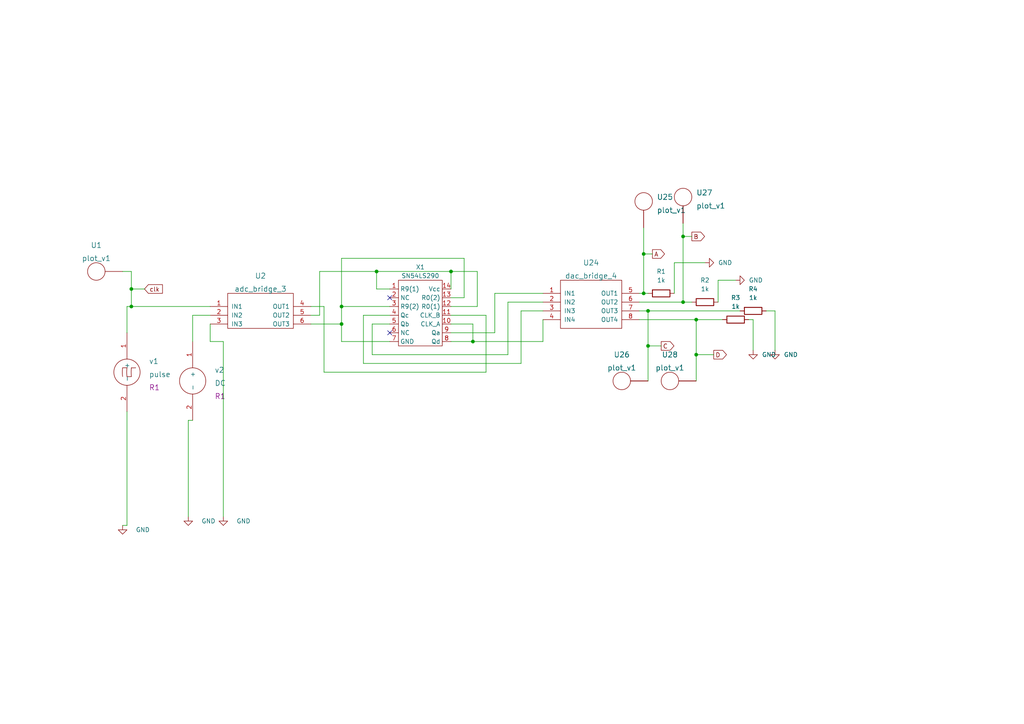
<source format=kicad_sch>
(kicad_sch (version 20211123) (generator eeschema)

  (uuid 14c9825c-ea68-4e86-ad56-c7efeab1ad1f)

  (paper "A4")

  (lib_symbols
    (symbol "eSim_Devices:resistor" (pin_numbers hide) (pin_names (offset 0)) (in_bom yes) (on_board yes)
      (property "Reference" "R" (id 0) (at 1.27 3.302 0)
        (effects (font (size 1.27 1.27)))
      )
      (property "Value" "resistor" (id 1) (at 1.27 -1.27 0)
        (effects (font (size 1.27 1.27)))
      )
      (property "Footprint" "" (id 2) (at 1.27 -0.508 0)
        (effects (font (size 0.762 0.762)))
      )
      (property "Datasheet" "" (id 3) (at 1.27 1.27 90)
        (effects (font (size 0.762 0.762)))
      )
      (property "ki_fp_filters" "R_* Resistor_*" (id 4) (at 0 0 0)
        (effects (font (size 1.27 1.27)) hide)
      )
      (symbol "resistor_0_1"
        (rectangle (start 3.81 0.254) (end -1.27 2.286)
          (stroke (width 0.254) (type default) (color 0 0 0 0))
          (fill (type none))
        )
      )
      (symbol "resistor_1_1"
        (pin passive line (at -2.54 1.27 0) (length 1.27)
          (name "~" (effects (font (size 1.524 1.524))))
          (number "1" (effects (font (size 1.524 1.524))))
        )
        (pin passive line (at 5.08 1.27 180) (length 1.27)
          (name "~" (effects (font (size 1.524 1.524))))
          (number "2" (effects (font (size 1.524 1.524))))
        )
      )
    )
    (symbol "eSim_Hybrid:adc_bridge_3" (pin_names (offset 1.016)) (in_bom yes) (on_board yes)
      (property "Reference" "U" (id 0) (at 0 0 0)
        (effects (font (size 1.524 1.524)))
      )
      (property "Value" "adc_bridge_3" (id 1) (at 0 3.81 0)
        (effects (font (size 1.524 1.524)))
      )
      (property "Footprint" "" (id 2) (at 0 0 0)
        (effects (font (size 1.524 1.524)))
      )
      (property "Datasheet" "" (id 3) (at 0 0 0)
        (effects (font (size 1.524 1.524)))
      )
      (symbol "adc_bridge_3_0_1"
        (rectangle (start -10.16 5.08) (end 8.89 -5.08)
          (stroke (width 0) (type default) (color 0 0 0 0))
          (fill (type none))
        )
      )
      (symbol "adc_bridge_3_1_1"
        (pin input line (at -15.24 1.27 0) (length 5.08)
          (name "IN1" (effects (font (size 1.27 1.27))))
          (number "1" (effects (font (size 1.27 1.27))))
        )
        (pin input line (at -15.24 -1.27 0) (length 5.08)
          (name "IN2" (effects (font (size 1.27 1.27))))
          (number "2" (effects (font (size 1.27 1.27))))
        )
        (pin input line (at -15.24 -3.81 0) (length 5.08)
          (name "IN3" (effects (font (size 1.27 1.27))))
          (number "3" (effects (font (size 1.27 1.27))))
        )
        (pin output line (at 13.97 1.27 180) (length 5.08)
          (name "OUT1" (effects (font (size 1.27 1.27))))
          (number "4" (effects (font (size 1.27 1.27))))
        )
        (pin output line (at 13.97 -1.27 180) (length 5.08)
          (name "OUT2" (effects (font (size 1.27 1.27))))
          (number "5" (effects (font (size 1.27 1.27))))
        )
        (pin output line (at 13.97 -3.81 180) (length 5.08)
          (name "OUT3" (effects (font (size 1.27 1.27))))
          (number "6" (effects (font (size 1.27 1.27))))
        )
      )
    )
    (symbol "eSim_Hybrid:dac_bridge_4" (pin_names (offset 1.016)) (in_bom yes) (on_board yes)
      (property "Reference" "U" (id 0) (at 0 0 0)
        (effects (font (size 1.524 1.524)))
      )
      (property "Value" "dac_bridge_4" (id 1) (at 0 7.62 0)
        (effects (font (size 1.524 1.524)))
      )
      (property "Footprint" "" (id 2) (at 0 0 0)
        (effects (font (size 1.524 1.524)))
      )
      (property "Datasheet" "" (id 3) (at 0 0 0)
        (effects (font (size 1.524 1.524)))
      )
      (symbol "dac_bridge_4_0_1"
        (rectangle (start -8.89 8.89) (end 8.89 -5.08)
          (stroke (width 0) (type default) (color 0 0 0 0))
          (fill (type none))
        )
      )
      (symbol "dac_bridge_4_1_1"
        (pin input line (at -13.97 5.08 0) (length 5.08)
          (name "IN1" (effects (font (size 1.27 1.27))))
          (number "1" (effects (font (size 1.27 1.27))))
        )
        (pin input line (at -13.97 2.54 0) (length 5.08)
          (name "IN2" (effects (font (size 1.27 1.27))))
          (number "2" (effects (font (size 1.27 1.27))))
        )
        (pin input line (at -13.97 0 0) (length 5.08)
          (name "IN3" (effects (font (size 1.27 1.27))))
          (number "3" (effects (font (size 1.27 1.27))))
        )
        (pin input line (at -13.97 -2.54 0) (length 5.08)
          (name "IN4" (effects (font (size 1.27 1.27))))
          (number "4" (effects (font (size 1.27 1.27))))
        )
        (pin output line (at 13.97 5.08 180) (length 5.08)
          (name "OUT1" (effects (font (size 1.27 1.27))))
          (number "5" (effects (font (size 1.27 1.27))))
        )
        (pin output line (at 13.97 2.54 180) (length 5.08)
          (name "OUT2" (effects (font (size 1.27 1.27))))
          (number "6" (effects (font (size 1.27 1.27))))
        )
        (pin output line (at 13.97 0 180) (length 5.08)
          (name "OUT3" (effects (font (size 1.27 1.27))))
          (number "7" (effects (font (size 1.27 1.27))))
        )
        (pin output line (at 13.97 -2.54 180) (length 5.08)
          (name "OUT4" (effects (font (size 1.27 1.27))))
          (number "8" (effects (font (size 1.27 1.27))))
        )
      )
    )
    (symbol "eSim_Plot:plot_v1" (pin_names (offset 1.016)) (in_bom yes) (on_board yes)
      (property "Reference" "U" (id 0) (at 0 12.7 0)
        (effects (font (size 1.524 1.524)))
      )
      (property "Value" "plot_v1" (id 1) (at 5.08 8.89 0)
        (effects (font (size 1.524 1.524)))
      )
      (property "Footprint" "" (id 2) (at 0 0 0)
        (effects (font (size 1.524 1.524)))
      )
      (property "Datasheet" "" (id 3) (at 0 0 0)
        (effects (font (size 1.524 1.524)))
      )
      (symbol "plot_v1_0_1"
        (circle (center 0 12.7) (radius 2.54)
          (stroke (width 0) (type default) (color 0 0 0 0))
          (fill (type none))
        )
      )
      (symbol "plot_v1_1_1"
        (pin input line (at 0 5.08 90) (length 5.08)
          (name "~" (effects (font (size 1.27 1.27))))
          (number "~" (effects (font (size 1.27 1.27))))
        )
      )
    )
    (symbol "eSim_Power:eSim_GND" (power) (pin_names (offset 0)) (in_bom yes) (on_board yes)
      (property "Reference" "#PWR" (id 0) (at 0 -6.35 0)
        (effects (font (size 1.27 1.27)) hide)
      )
      (property "Value" "eSim_GND" (id 1) (at 0 -3.81 0)
        (effects (font (size 1.27 1.27)))
      )
      (property "Footprint" "" (id 2) (at 0 0 0)
        (effects (font (size 1.27 1.27)) hide)
      )
      (property "Datasheet" "" (id 3) (at 0 0 0)
        (effects (font (size 1.27 1.27)) hide)
      )
      (symbol "eSim_GND_0_1"
        (polyline
          (pts
            (xy 0 0)
            (xy 0 -1.27)
            (xy 1.27 -1.27)
            (xy 0 -2.54)
            (xy -1.27 -1.27)
            (xy 0 -1.27)
          )
          (stroke (width 0) (type default) (color 0 0 0 0))
          (fill (type none))
        )
      )
      (symbol "eSim_GND_1_1"
        (pin power_in line (at 0 0 270) (length 0) hide
          (name "GND" (effects (font (size 1.27 1.27))))
          (number "1" (effects (font (size 1.27 1.27))))
        )
      )
    )
    (symbol "eSim_Sources:DC" (pin_names (offset 1.016)) (in_bom yes) (on_board yes)
      (property "Reference" "v" (id 0) (at -5.08 2.54 0)
        (effects (font (size 1.524 1.524)))
      )
      (property "Value" "DC" (id 1) (at -5.08 -1.27 0)
        (effects (font (size 1.524 1.524)))
      )
      (property "Footprint" "R1" (id 2) (at -7.62 0 0)
        (effects (font (size 1.524 1.524)))
      )
      (property "Datasheet" "" (id 3) (at 0 0 0)
        (effects (font (size 1.524 1.524)))
      )
      (property "ki_fp_filters" "1_pin" (id 4) (at 0 0 0)
        (effects (font (size 1.27 1.27)) hide)
      )
      (symbol "DC_0_1"
        (circle (center 0 0) (radius 3.81)
          (stroke (width 0) (type default) (color 0 0 0 0))
          (fill (type none))
        )
      )
      (symbol "DC_1_1"
        (pin power_out line (at 0 11.43 270) (length 7.62)
          (name "+" (effects (font (size 1.27 1.27))))
          (number "1" (effects (font (size 1.27 1.27))))
        )
        (pin power_out line (at 0 -11.43 90) (length 7.62)
          (name "-" (effects (font (size 1.27 1.27))))
          (number "2" (effects (font (size 1.27 1.27))))
        )
      )
    )
    (symbol "eSim_Sources:pulse" (pin_names (offset 1.016)) (in_bom yes) (on_board yes)
      (property "Reference" "v" (id 0) (at -5.08 2.54 0)
        (effects (font (size 1.524 1.524)))
      )
      (property "Value" "pulse" (id 1) (at -5.08 -1.27 0)
        (effects (font (size 1.524 1.524)))
      )
      (property "Footprint" "R1" (id 2) (at -7.62 0 0)
        (effects (font (size 1.524 1.524)))
      )
      (property "Datasheet" "" (id 3) (at 0 0 0)
        (effects (font (size 1.524 1.524)))
      )
      (property "ki_fp_filters" "1_pin" (id 4) (at 0 0 0)
        (effects (font (size 1.27 1.27)) hide)
      )
      (symbol "pulse_0_1"
        (arc (start -1.27 1.27) (mid -1.3491 0) (end -1.27 -1.27)
          (stroke (width 0) (type default) (color 0 0 0 0))
          (fill (type none))
        )
        (arc (start 0 -1.27) (mid 0.635 -1.2876) (end 1.27 -1.27)
          (stroke (width 0) (type default) (color 0 0 0 0))
          (fill (type none))
        )
        (circle (center 0 0) (radius 3.81)
          (stroke (width 0) (type default) (color 0 0 0 0))
          (fill (type none))
        )
        (arc (start 0 1.27) (mid -0.635 1.2859) (end -1.27 1.27)
          (stroke (width 0) (type default) (color 0 0 0 0))
          (fill (type none))
        )
        (arc (start 0 1.27) (mid -0.0703 0) (end 0 -1.27)
          (stroke (width 0) (type default) (color 0 0 0 0))
          (fill (type none))
        )
        (arc (start 1.27 1.27) (mid 1.2124 0) (end 1.27 -1.27)
          (stroke (width 0) (type default) (color 0 0 0 0))
          (fill (type none))
        )
        (arc (start 1.27 1.27) (mid 1.905 1.2556) (end 2.54 1.27)
          (stroke (width 0) (type default) (color 0 0 0 0))
          (fill (type none))
        )
      )
      (symbol "pulse_1_1"
        (pin passive line (at 0 11.43 270) (length 7.62)
          (name "+" (effects (font (size 1.27 1.27))))
          (number "1" (effects (font (size 1.27 1.27))))
        )
        (pin passive line (at 0 -11.43 90) (length 7.62)
          (name "-" (effects (font (size 1.27 1.27))))
          (number "2" (effects (font (size 1.27 1.27))))
        )
      )
    )
    (symbol "eSim_Subckt:SN54LS290" (in_bom yes) (on_board yes)
      (property "Reference" "X" (id 0) (at 0 -11.43 0)
        (effects (font (size 1.27 1.27)))
      )
      (property "Value" "SN54LS290" (id 1) (at 0 12.7 0)
        (effects (font (size 1.27 1.27)))
      )
      (property "Footprint" "" (id 2) (at -1.27 0 0)
        (effects (font (size 1.27 1.27)) hide)
      )
      (property "Datasheet" "" (id 3) (at -1.27 0 0)
        (effects (font (size 1.27 1.27)) hide)
      )
      (symbol "SN54LS290_0_1"
        (rectangle (start -6.35 10.16) (end 6.35 -8.89)
          (stroke (width 0) (type default) (color 0 0 0 0))
          (fill (type none))
        )
      )
      (symbol "SN54LS290_1_1"
        (pin input line (at -8.89 7.62 0) (length 2.54)
          (name "R9(1)" (effects (font (size 1.27 1.27))))
          (number "1" (effects (font (size 1.27 1.27))))
        )
        (pin input line (at 8.89 -2.54 180) (length 2.54)
          (name "CLK_A" (effects (font (size 1.27 1.27))))
          (number "10" (effects (font (size 1.27 1.27))))
        )
        (pin input line (at 8.89 0 180) (length 2.54)
          (name "CLK_B" (effects (font (size 1.27 1.27))))
          (number "11" (effects (font (size 1.27 1.27))))
        )
        (pin input line (at 8.89 2.54 180) (length 2.54)
          (name "R0(1)" (effects (font (size 1.27 1.27))))
          (number "12" (effects (font (size 1.27 1.27))))
        )
        (pin input line (at 8.89 5.08 180) (length 2.54)
          (name "R0(2)" (effects (font (size 1.27 1.27))))
          (number "13" (effects (font (size 1.27 1.27))))
        )
        (pin input line (at 8.89 7.62 180) (length 2.54)
          (name "Vcc" (effects (font (size 1.27 1.27))))
          (number "14" (effects (font (size 1.27 1.27))))
        )
        (pin input line (at -8.89 5.08 0) (length 2.54)
          (name "NC" (effects (font (size 1.27 1.27))))
          (number "2" (effects (font (size 1.27 1.27))))
        )
        (pin input line (at -8.89 2.54 0) (length 2.54)
          (name "R9(2)" (effects (font (size 1.27 1.27))))
          (number "3" (effects (font (size 1.27 1.27))))
        )
        (pin output line (at -8.89 0 0) (length 2.54)
          (name "Qc" (effects (font (size 1.27 1.27))))
          (number "4" (effects (font (size 1.27 1.27))))
        )
        (pin output line (at -8.89 -2.54 0) (length 2.54)
          (name "Qb" (effects (font (size 1.27 1.27))))
          (number "5" (effects (font (size 1.27 1.27))))
        )
        (pin input line (at -8.89 -5.08 0) (length 2.54)
          (name "NC" (effects (font (size 1.27 1.27))))
          (number "6" (effects (font (size 1.27 1.27))))
        )
        (pin input line (at -8.89 -7.62 0) (length 2.54)
          (name "GND" (effects (font (size 1.27 1.27))))
          (number "7" (effects (font (size 1.27 1.27))))
        )
        (pin output line (at 8.89 -7.62 180) (length 2.54)
          (name "Qd" (effects (font (size 1.27 1.27))))
          (number "8" (effects (font (size 1.27 1.27))))
        )
        (pin output line (at 8.89 -5.08 180) (length 2.54)
          (name "Qa" (effects (font (size 1.27 1.27))))
          (number "9" (effects (font (size 1.27 1.27))))
        )
      )
    )
  )

  (junction (at 99.06 88.9) (diameter 0) (color 0 0 0 0)
    (uuid 03fc7f1c-67c2-427a-90c0-4efcfc121945)
  )
  (junction (at 109.22 78.74) (diameter 0) (color 0 0 0 0)
    (uuid 23c5baec-da72-4bb3-b5f1-320b14f2ed26)
  )
  (junction (at 187.96 100.33) (diameter 0) (color 0 0 0 0)
    (uuid 5543c572-6512-420a-9d46-87a1900b7080)
  )
  (junction (at 198.12 87.63) (diameter 0) (color 0 0 0 0)
    (uuid 674b56a7-a442-4252-8f47-f54e23423c76)
  )
  (junction (at 130.81 78.74) (diameter 0) (color 0 0 0 0)
    (uuid 804ff1eb-3fbc-4518-a59e-5d3708b875ce)
  )
  (junction (at 187.96 90.17) (diameter 0) (color 0 0 0 0)
    (uuid 9d4e6c2f-13b4-46c7-8176-56bf5854360f)
  )
  (junction (at 186.69 85.09) (diameter 0) (color 0 0 0 0)
    (uuid a83eb147-5553-4316-8415-221eaed9f3f1)
  )
  (junction (at 201.93 92.71) (diameter 0) (color 0 0 0 0)
    (uuid ac363a43-cdf1-41fb-b64b-e1aac778fc0a)
  )
  (junction (at 198.12 68.58) (diameter 0) (color 0 0 0 0)
    (uuid ad2b397e-8f62-49ab-8b51-e90e108f7961)
  )
  (junction (at 99.06 93.98) (diameter 0) (color 0 0 0 0)
    (uuid b946d738-ecda-43e6-aae9-e02ec3e7261b)
  )
  (junction (at 38.1 83.82) (diameter 0) (color 0 0 0 0)
    (uuid c8c55f50-74ad-46f4-8c0a-f6b6ab4da5c2)
  )
  (junction (at 38.1 88.9) (diameter 0) (color 0 0 0 0)
    (uuid f4227130-c6f4-4a29-9c64-ded6213d6b33)
  )
  (junction (at 201.93 102.87) (diameter 0) (color 0 0 0 0)
    (uuid f83c88cc-3156-4ecf-b838-ffed7366461c)
  )
  (junction (at 137.16 99.06) (diameter 0) (color 0 0 0 0)
    (uuid fe2210a7-523f-4e07-a9d1-37f0a0da9294)
  )
  (junction (at 186.69 73.66) (diameter 0) (color 0 0 0 0)
    (uuid feb8df8a-40c6-48f5-8fcc-0c1a4281221a)
  )

  (no_connect (at 113.03 86.36) (uuid 58d389b1-3637-426b-9f16-b9ee70b1107c))
  (no_connect (at 113.03 96.52) (uuid e5d306c2-8bbf-4c3e-ac6b-ada764a92c1f))

  (wire (pts (xy 99.06 88.9) (xy 99.06 93.98))
    (stroke (width 0) (type default) (color 0 0 0 0))
    (uuid 00dcefd2-6c61-4be0-a074-1bac3fcc4440)
  )
  (wire (pts (xy 105.41 105.41) (xy 151.13 105.41))
    (stroke (width 0) (type default) (color 0 0 0 0))
    (uuid 02706f7a-a7e6-4647-9b76-7fd2e2962f1f)
  )
  (wire (pts (xy 208.28 81.28) (xy 213.36 81.28))
    (stroke (width 0) (type default) (color 0 0 0 0))
    (uuid 0419840a-32df-4185-98b2-4262bb166c80)
  )
  (wire (pts (xy 90.17 93.98) (xy 99.06 93.98))
    (stroke (width 0) (type default) (color 0 0 0 0))
    (uuid 05be0531-0b8f-4a36-95c4-2ac806dcb8b1)
  )
  (wire (pts (xy 109.22 78.74) (xy 130.81 78.74))
    (stroke (width 0) (type default) (color 0 0 0 0))
    (uuid 0afd649c-63d7-4777-ba00-e5852979df3c)
  )
  (wire (pts (xy 198.12 68.58) (xy 200.66 68.58))
    (stroke (width 0) (type default) (color 0 0 0 0))
    (uuid 0bd15cdc-9821-479a-9cde-124468ed9fde)
  )
  (wire (pts (xy 38.1 88.9) (xy 60.96 88.9))
    (stroke (width 0) (type default) (color 0 0 0 0))
    (uuid 1151c344-d1b7-4bce-bc58-0b5abff8bf86)
  )
  (wire (pts (xy 64.77 149.86) (xy 64.77 99.06))
    (stroke (width 0) (type default) (color 0 0 0 0))
    (uuid 124c43b1-c224-44bf-b022-5991fe6a1481)
  )
  (wire (pts (xy 186.69 66.04) (xy 186.69 73.66))
    (stroke (width 0) (type default) (color 0 0 0 0))
    (uuid 16c5bec3-9831-42c7-82bc-0fa8775a7778)
  )
  (wire (pts (xy 185.42 85.09) (xy 186.69 85.09))
    (stroke (width 0) (type default) (color 0 0 0 0))
    (uuid 1c177a6c-3eb9-4ab5-99b4-2b236cdd2555)
  )
  (wire (pts (xy 224.79 90.17) (xy 224.79 101.6))
    (stroke (width 0) (type default) (color 0 0 0 0))
    (uuid 1de01fdb-98a8-4951-83e2-29c7d73c7369)
  )
  (wire (pts (xy 105.41 91.44) (xy 105.41 105.41))
    (stroke (width 0) (type default) (color 0 0 0 0))
    (uuid 1ef9e0f4-11ab-45fc-b210-2410b7062a67)
  )
  (wire (pts (xy 36.83 96.52) (xy 36.83 88.9))
    (stroke (width 0) (type default) (color 0 0 0 0))
    (uuid 23081f9a-f177-41d9-82de-5bb2c4a9a0d8)
  )
  (wire (pts (xy 137.16 99.06) (xy 157.48 99.06))
    (stroke (width 0) (type default) (color 0 0 0 0))
    (uuid 25270623-95d1-463d-ba4e-56bfe419cf67)
  )
  (wire (pts (xy 208.28 87.63) (xy 208.28 81.28))
    (stroke (width 0) (type default) (color 0 0 0 0))
    (uuid 26bb2863-1663-4e49-ae1a-01b94267aaf1)
  )
  (wire (pts (xy 187.96 100.33) (xy 187.96 110.49))
    (stroke (width 0) (type default) (color 0 0 0 0))
    (uuid 37d9b0e5-f0ba-4891-aa62-78c2f57dfc04)
  )
  (wire (pts (xy 90.17 88.9) (xy 93.98 88.9))
    (stroke (width 0) (type default) (color 0 0 0 0))
    (uuid 391480f0-b23b-4911-9902-aa301edfa8d4)
  )
  (wire (pts (xy 143.51 96.52) (xy 143.51 85.09))
    (stroke (width 0) (type default) (color 0 0 0 0))
    (uuid 3cc17f55-2c6e-4431-bb40-eaa107caecea)
  )
  (wire (pts (xy 109.22 83.82) (xy 109.22 78.74))
    (stroke (width 0) (type default) (color 0 0 0 0))
    (uuid 3e3df2b0-6f28-491b-a6a9-fd1f0d16cb8e)
  )
  (wire (pts (xy 151.13 90.17) (xy 157.48 90.17))
    (stroke (width 0) (type default) (color 0 0 0 0))
    (uuid 45290adf-9063-4c1a-b0ec-429c98be0453)
  )
  (wire (pts (xy 113.03 83.82) (xy 109.22 83.82))
    (stroke (width 0) (type default) (color 0 0 0 0))
    (uuid 4574c54c-c22b-4930-aa28-b7f1d9c85beb)
  )
  (wire (pts (xy 201.93 92.71) (xy 209.55 92.71))
    (stroke (width 0) (type default) (color 0 0 0 0))
    (uuid 5171aaac-91c3-411d-8118-a8cc29adde14)
  )
  (wire (pts (xy 54.61 149.86) (xy 54.61 121.92))
    (stroke (width 0) (type default) (color 0 0 0 0))
    (uuid 51e0e8aa-be0a-4c88-b1eb-5c0b155058cc)
  )
  (wire (pts (xy 130.81 96.52) (xy 143.51 96.52))
    (stroke (width 0) (type default) (color 0 0 0 0))
    (uuid 57f0695a-e3aa-45d4-a23f-a5580f185390)
  )
  (wire (pts (xy 38.1 78.74) (xy 38.1 83.82))
    (stroke (width 0) (type default) (color 0 0 0 0))
    (uuid 5de53393-4515-438f-80d1-4bb8f72d5fb1)
  )
  (wire (pts (xy 151.13 105.41) (xy 151.13 90.17))
    (stroke (width 0) (type default) (color 0 0 0 0))
    (uuid 5e92bcd4-44bc-4389-aed9-fddc6b65382d)
  )
  (wire (pts (xy 130.81 99.06) (xy 137.16 99.06))
    (stroke (width 0) (type default) (color 0 0 0 0))
    (uuid 5f0e7ebd-1b24-4909-9774-bb0ec84610db)
  )
  (wire (pts (xy 198.12 87.63) (xy 200.66 87.63))
    (stroke (width 0) (type default) (color 0 0 0 0))
    (uuid 623f72a3-c353-435b-b8b0-a370e18c1764)
  )
  (wire (pts (xy 113.03 93.98) (xy 107.95 93.98))
    (stroke (width 0) (type default) (color 0 0 0 0))
    (uuid 66edd156-007f-4952-8aa9-563a10fd360a)
  )
  (wire (pts (xy 60.96 99.06) (xy 60.96 93.98))
    (stroke (width 0) (type default) (color 0 0 0 0))
    (uuid 68e9a59e-ea40-4340-a4c2-892ce2ad331b)
  )
  (wire (pts (xy 93.98 88.9) (xy 93.98 107.95))
    (stroke (width 0) (type default) (color 0 0 0 0))
    (uuid 69a282d7-7421-46d1-b7fe-29da1edf0e5a)
  )
  (wire (pts (xy 90.17 91.44) (xy 92.71 91.44))
    (stroke (width 0) (type default) (color 0 0 0 0))
    (uuid 6ab0891f-d1eb-4d9f-bc3e-ce6c92d78a25)
  )
  (wire (pts (xy 186.69 73.66) (xy 189.23 73.66))
    (stroke (width 0) (type default) (color 0 0 0 0))
    (uuid 6d815d25-c2f7-4d68-b6e5-49539619b027)
  )
  (wire (pts (xy 207.01 102.87) (xy 201.93 102.87))
    (stroke (width 0) (type default) (color 0 0 0 0))
    (uuid 701a7b99-f0d7-4d31-bd0c-9d2239be522e)
  )
  (wire (pts (xy 99.06 93.98) (xy 99.06 99.06))
    (stroke (width 0) (type default) (color 0 0 0 0))
    (uuid 7581bfc8-a015-452f-ab9e-158cddd146b0)
  )
  (wire (pts (xy 99.06 99.06) (xy 113.03 99.06))
    (stroke (width 0) (type default) (color 0 0 0 0))
    (uuid 76fef7d9-9153-43c4-8d7f-8a80acb59cb9)
  )
  (wire (pts (xy 140.97 91.44) (xy 140.97 107.95))
    (stroke (width 0) (type default) (color 0 0 0 0))
    (uuid 7b66e31f-9e34-419f-81e0-f14b13cdffd1)
  )
  (wire (pts (xy 36.83 88.9) (xy 38.1 88.9))
    (stroke (width 0) (type default) (color 0 0 0 0))
    (uuid 7bf3c55f-70f1-4b45-a425-47a69847f2e6)
  )
  (wire (pts (xy 198.12 64.77) (xy 198.12 68.58))
    (stroke (width 0) (type default) (color 0 0 0 0))
    (uuid 7c87067e-56c1-40da-87cb-f8a41c48ed6a)
  )
  (wire (pts (xy 147.32 102.87) (xy 147.32 87.63))
    (stroke (width 0) (type default) (color 0 0 0 0))
    (uuid 7e6b599c-4efa-401c-aa40-c5ff3269ea53)
  )
  (wire (pts (xy 92.71 91.44) (xy 92.71 78.74))
    (stroke (width 0) (type default) (color 0 0 0 0))
    (uuid 822158c8-6a23-4230-999e-dd1ce0086182)
  )
  (wire (pts (xy 130.81 78.74) (xy 130.81 83.82))
    (stroke (width 0) (type default) (color 0 0 0 0))
    (uuid 82692fa5-e094-4444-bcff-a0c1d9e332f0)
  )
  (wire (pts (xy 201.93 102.87) (xy 201.93 110.49))
    (stroke (width 0) (type default) (color 0 0 0 0))
    (uuid 835042a5-1379-4a08-9287-3b979dd6f2f5)
  )
  (wire (pts (xy 113.03 91.44) (xy 105.41 91.44))
    (stroke (width 0) (type default) (color 0 0 0 0))
    (uuid a034f07a-e369-40f3-a7a5-96e5d2038996)
  )
  (wire (pts (xy 217.17 92.71) (xy 218.44 92.71))
    (stroke (width 0) (type default) (color 0 0 0 0))
    (uuid a2dd1b00-775d-4a98-a743-656bdae3ec1b)
  )
  (wire (pts (xy 107.95 93.98) (xy 107.95 102.87))
    (stroke (width 0) (type default) (color 0 0 0 0))
    (uuid a49305c0-2b04-41cb-8ed6-feb19929746b)
  )
  (wire (pts (xy 186.69 73.66) (xy 186.69 85.09))
    (stroke (width 0) (type default) (color 0 0 0 0))
    (uuid a5f14282-411b-4564-8876-d753c898afb4)
  )
  (wire (pts (xy 138.43 78.74) (xy 130.81 78.74))
    (stroke (width 0) (type default) (color 0 0 0 0))
    (uuid a86aa9b2-8ed1-428b-8581-fa1095cd0fce)
  )
  (wire (pts (xy 130.81 88.9) (xy 138.43 88.9))
    (stroke (width 0) (type default) (color 0 0 0 0))
    (uuid a94a28ff-28ed-4b2d-ac66-dd7eeb7f67e1)
  )
  (wire (pts (xy 195.58 76.2) (xy 204.47 76.2))
    (stroke (width 0) (type default) (color 0 0 0 0))
    (uuid abea090e-f582-465d-acaf-9210556146e5)
  )
  (wire (pts (xy 99.06 74.93) (xy 99.06 88.9))
    (stroke (width 0) (type default) (color 0 0 0 0))
    (uuid adac053c-f959-4018-afed-4810df193858)
  )
  (wire (pts (xy 35.56 78.74) (xy 38.1 78.74))
    (stroke (width 0) (type default) (color 0 0 0 0))
    (uuid b0f31907-fa47-4170-b8c0-f3ef92959455)
  )
  (wire (pts (xy 38.1 83.82) (xy 38.1 88.9))
    (stroke (width 0) (type default) (color 0 0 0 0))
    (uuid b4aec9a2-371a-4c8e-88e5-870b498cb566)
  )
  (wire (pts (xy 130.81 86.36) (xy 134.62 86.36))
    (stroke (width 0) (type default) (color 0 0 0 0))
    (uuid b69d901c-aefc-41ef-9bb7-90965288bd24)
  )
  (wire (pts (xy 134.62 74.93) (xy 99.06 74.93))
    (stroke (width 0) (type default) (color 0 0 0 0))
    (uuid b8a275b6-87b2-4efb-a407-2e11d0bb707d)
  )
  (wire (pts (xy 201.93 92.71) (xy 201.93 102.87))
    (stroke (width 0) (type default) (color 0 0 0 0))
    (uuid be79674d-a056-4edb-9409-58d1eb35941e)
  )
  (wire (pts (xy 38.1 83.82) (xy 41.91 83.82))
    (stroke (width 0) (type default) (color 0 0 0 0))
    (uuid beb8e503-6bfe-4e46-b3c4-481c695b49fb)
  )
  (wire (pts (xy 55.88 91.44) (xy 60.96 91.44))
    (stroke (width 0) (type default) (color 0 0 0 0))
    (uuid c0985776-b610-4ce0-a0f1-6a31800be9da)
  )
  (wire (pts (xy 64.77 99.06) (xy 60.96 99.06))
    (stroke (width 0) (type default) (color 0 0 0 0))
    (uuid c17a90e7-76a1-450a-aabb-8745a0bfdebf)
  )
  (wire (pts (xy 130.81 91.44) (xy 140.97 91.44))
    (stroke (width 0) (type default) (color 0 0 0 0))
    (uuid c1db154e-93c0-4e0d-befd-c0d40cbabbc2)
  )
  (wire (pts (xy 185.42 87.63) (xy 198.12 87.63))
    (stroke (width 0) (type default) (color 0 0 0 0))
    (uuid c2ee99ab-4bed-42af-8e42-978ec48fd1c6)
  )
  (wire (pts (xy 198.12 68.58) (xy 198.12 87.63))
    (stroke (width 0) (type default) (color 0 0 0 0))
    (uuid c375bdab-84fe-43ab-a28d-7feca2bec1b4)
  )
  (wire (pts (xy 143.51 85.09) (xy 157.48 85.09))
    (stroke (width 0) (type default) (color 0 0 0 0))
    (uuid c4803411-9021-4834-967d-4164274dc285)
  )
  (wire (pts (xy 185.42 92.71) (xy 201.93 92.71))
    (stroke (width 0) (type default) (color 0 0 0 0))
    (uuid cb6ef64f-4eb7-4f7b-98fc-f8c57656d877)
  )
  (wire (pts (xy 99.06 88.9) (xy 113.03 88.9))
    (stroke (width 0) (type default) (color 0 0 0 0))
    (uuid cd5aefce-b3f4-485f-a1e3-f48457e8d471)
  )
  (wire (pts (xy 55.88 99.06) (xy 55.88 91.44))
    (stroke (width 0) (type default) (color 0 0 0 0))
    (uuid cde7301c-8638-401d-8ece-3173146a5cb8)
  )
  (wire (pts (xy 36.83 119.38) (xy 36.83 152.4))
    (stroke (width 0) (type default) (color 0 0 0 0))
    (uuid d2b99a07-9cbe-47be-ae4e-2f465b842d4a)
  )
  (wire (pts (xy 134.62 86.36) (xy 134.62 74.93))
    (stroke (width 0) (type default) (color 0 0 0 0))
    (uuid d3d98ecd-871b-403e-bff8-301490728960)
  )
  (wire (pts (xy 157.48 92.71) (xy 157.48 99.06))
    (stroke (width 0) (type default) (color 0 0 0 0))
    (uuid d69eb81d-b9d0-4cc4-9a35-836dd59e1134)
  )
  (wire (pts (xy 187.96 90.17) (xy 214.63 90.17))
    (stroke (width 0) (type default) (color 0 0 0 0))
    (uuid d742ba70-e4a2-415b-98c9-56229a33abca)
  )
  (wire (pts (xy 138.43 78.74) (xy 138.43 88.9))
    (stroke (width 0) (type default) (color 0 0 0 0))
    (uuid d75653ca-64f1-4dff-83d0-3c62148bb270)
  )
  (wire (pts (xy 137.16 93.98) (xy 137.16 99.06))
    (stroke (width 0) (type default) (color 0 0 0 0))
    (uuid d8d3ece5-a495-448b-bfaf-194bce867d0d)
  )
  (wire (pts (xy 137.16 93.98) (xy 130.81 93.98))
    (stroke (width 0) (type default) (color 0 0 0 0))
    (uuid daaabb1b-5fb7-4efd-b3d4-838e7c93b395)
  )
  (wire (pts (xy 218.44 92.71) (xy 218.44 101.6))
    (stroke (width 0) (type default) (color 0 0 0 0))
    (uuid dc2784bc-de19-41cd-a941-1fbef1c0d985)
  )
  (wire (pts (xy 185.42 90.17) (xy 187.96 90.17))
    (stroke (width 0) (type default) (color 0 0 0 0))
    (uuid de38a92e-5ae0-4150-98af-d36ca82827e3)
  )
  (wire (pts (xy 222.25 90.17) (xy 224.79 90.17))
    (stroke (width 0) (type default) (color 0 0 0 0))
    (uuid e00ff3ab-2739-438c-835f-37e93a47923c)
  )
  (wire (pts (xy 187.96 90.17) (xy 187.96 100.33))
    (stroke (width 0) (type default) (color 0 0 0 0))
    (uuid e2d7c059-fba1-4c75-ab9e-193a30c74cc8)
  )
  (wire (pts (xy 93.98 107.95) (xy 140.97 107.95))
    (stroke (width 0) (type default) (color 0 0 0 0))
    (uuid e3faca42-7236-46a6-954f-5a7f4f49a343)
  )
  (wire (pts (xy 147.32 87.63) (xy 157.48 87.63))
    (stroke (width 0) (type default) (color 0 0 0 0))
    (uuid e7cd7749-fd31-49be-8bfe-8ae28c2fd57a)
  )
  (wire (pts (xy 54.61 121.92) (xy 55.88 121.92))
    (stroke (width 0) (type default) (color 0 0 0 0))
    (uuid e94dc087-84b2-4124-891e-0886ba383d7b)
  )
  (wire (pts (xy 186.69 85.09) (xy 187.96 85.09))
    (stroke (width 0) (type default) (color 0 0 0 0))
    (uuid e9fede9b-e2a2-432b-9789-62239a952d98)
  )
  (wire (pts (xy 107.95 102.87) (xy 147.32 102.87))
    (stroke (width 0) (type default) (color 0 0 0 0))
    (uuid ea83beef-eed0-42d0-8f0b-06b00c7c2868)
  )
  (wire (pts (xy 195.58 85.09) (xy 195.58 76.2))
    (stroke (width 0) (type default) (color 0 0 0 0))
    (uuid f4166d8c-efa5-4bb0-b9e2-90aa7428c840)
  )
  (wire (pts (xy 191.77 100.33) (xy 187.96 100.33))
    (stroke (width 0) (type default) (color 0 0 0 0))
    (uuid f425fbde-b630-401a-b786-1d9c6bc950b9)
  )
  (wire (pts (xy 92.71 78.74) (xy 109.22 78.74))
    (stroke (width 0) (type default) (color 0 0 0 0))
    (uuid f55bacbc-b7d2-42e8-8a03-57f0d64fc7a9)
  )
  (wire (pts (xy 36.83 152.4) (xy 35.56 152.4))
    (stroke (width 0) (type default) (color 0 0 0 0))
    (uuid f9dc4e1c-9e80-455a-ab00-9af2f328aa50)
  )

  (global_label "clk" (shape input) (at 41.91 83.82 0) (fields_autoplaced)
    (effects (font (size 1.27 1.27)) (justify left))
    (uuid 17ebc4e7-4eac-45ab-a1cb-7d4a124607c6)
    (property "Intersheet References" "${INTERSHEET_REFS}" (id 0) (at 47.105 83.7406 0)
      (effects (font (size 1.27 1.27)) (justify left) hide)
    )
  )
  (global_label "C" (shape output) (at 191.77 100.33 0) (fields_autoplaced)
    (effects (font (size 1.27 1.27)) (justify left))
    (uuid 42c04f68-649d-4ec0-9b55-97c170811c26)
    (property "Intersheet References" "${INTERSHEET_REFS}" (id 0) (at 195.4531 100.2506 0)
      (effects (font (size 1.27 1.27)) (justify left) hide)
    )
  )
  (global_label "A" (shape output) (at 189.23 73.66 0) (fields_autoplaced)
    (effects (font (size 1.27 1.27)) (justify left))
    (uuid a8ce0f76-ef9a-49e3-8a6f-090972e5637e)
    (property "Intersheet References" "${INTERSHEET_REFS}" (id 0) (at 192.7317 73.5806 0)
      (effects (font (size 1.27 1.27)) (justify left) hide)
    )
  )
  (global_label "D" (shape output) (at 207.01 102.87 0) (fields_autoplaced)
    (effects (font (size 1.27 1.27)) (justify left))
    (uuid bfed20c0-3a37-413e-9b70-c9a4c62ad15e)
    (property "Intersheet References" "${INTERSHEET_REFS}" (id 0) (at 210.6931 102.7906 0)
      (effects (font (size 1.27 1.27)) (justify left) hide)
    )
  )
  (global_label "B" (shape output) (at 200.66 68.58 0) (fields_autoplaced)
    (effects (font (size 1.27 1.27)) (justify left))
    (uuid f303c289-ae71-4ab6-99aa-5478e18dd872)
    (property "Intersheet References" "${INTERSHEET_REFS}" (id 0) (at 204.3431 68.5006 0)
      (effects (font (size 1.27 1.27)) (justify left) hide)
    )
  )

  (symbol (lib_id "eSim_Power:eSim_GND") (at 218.44 101.6 0) (unit 1)
    (in_bom yes) (on_board yes) (fields_autoplaced)
    (uuid 00c80f2b-6c72-42b6-a42e-08cab98de792)
    (property "Reference" "#PWR05" (id 0) (at 218.44 107.95 0)
      (effects (font (size 1.27 1.27)) hide)
    )
    (property "Value" "eSim_GND" (id 1) (at 220.98 102.8699 0)
      (effects (font (size 1.27 1.27)) (justify left))
    )
    (property "Footprint" "" (id 2) (at 218.44 101.6 0)
      (effects (font (size 1.27 1.27)) hide)
    )
    (property "Datasheet" "" (id 3) (at 218.44 101.6 0)
      (effects (font (size 1.27 1.27)) hide)
    )
    (pin "1" (uuid 739090df-d0f6-47fb-b005-2ac504a8b803))
  )

  (symbol (lib_id "eSim_Power:eSim_GND") (at 204.47 76.2 90) (unit 1)
    (in_bom yes) (on_board yes) (fields_autoplaced)
    (uuid 04c6b8ff-73b6-4d0e-9372-af9627818056)
    (property "Reference" "#PWR03" (id 0) (at 210.82 76.2 0)
      (effects (font (size 1.27 1.27)) hide)
    )
    (property "Value" "eSim_GND" (id 1) (at 208.28 76.1999 90)
      (effects (font (size 1.27 1.27)) (justify right))
    )
    (property "Footprint" "" (id 2) (at 204.47 76.2 0)
      (effects (font (size 1.27 1.27)) hide)
    )
    (property "Datasheet" "" (id 3) (at 204.47 76.2 0)
      (effects (font (size 1.27 1.27)) hide)
    )
    (pin "1" (uuid 2e08627b-7f26-40ea-a5ac-f6b331747548))
  )

  (symbol (lib_id "eSim_Plot:plot_v1") (at 207.01 110.49 90) (unit 1)
    (in_bom yes) (on_board yes) (fields_autoplaced)
    (uuid 12f0f1ab-a491-4771-baf5-a700482da56a)
    (property "Reference" "U28" (id 0) (at 194.31 102.87 90)
      (effects (font (size 1.524 1.524)))
    )
    (property "Value" "plot_v1" (id 1) (at 194.31 106.68 90)
      (effects (font (size 1.524 1.524)))
    )
    (property "Footprint" "" (id 2) (at 207.01 110.49 0)
      (effects (font (size 1.524 1.524)))
    )
    (property "Datasheet" "" (id 3) (at 207.01 110.49 0)
      (effects (font (size 1.524 1.524)))
    )
    (pin "~" (uuid 633e8724-1383-4d4c-bb26-e03d6f755ec4))
  )

  (symbol (lib_id "eSim_Sources:pulse") (at 36.83 107.95 0) (unit 1)
    (in_bom yes) (on_board yes) (fields_autoplaced)
    (uuid 1428fbca-16e4-4b04-afeb-82eb9c84a9d8)
    (property "Reference" "v1" (id 0) (at 43.18 104.775 0)
      (effects (font (size 1.524 1.524)) (justify left))
    )
    (property "Value" "pulse" (id 1) (at 43.18 108.585 0)
      (effects (font (size 1.524 1.524)) (justify left))
    )
    (property "Footprint" "R1" (id 2) (at 43.18 112.395 0)
      (effects (font (size 1.524 1.524)) (justify left))
    )
    (property "Datasheet" "" (id 3) (at 36.83 107.95 0)
      (effects (font (size 1.524 1.524)))
    )
    (pin "1" (uuid 5e45c9bc-b0e5-4e90-982c-4f4c878568c1))
    (pin "2" (uuid 3af0d80f-b7b6-4ce1-aa8b-3cc5243b875d))
  )

  (symbol (lib_id "eSim_Hybrid:adc_bridge_3") (at 76.2 90.17 0) (unit 1)
    (in_bom yes) (on_board yes) (fields_autoplaced)
    (uuid 20cac91f-9f03-482c-9181-c76de68fb5b5)
    (property "Reference" "U2" (id 0) (at 75.565 80.01 0)
      (effects (font (size 1.524 1.524)))
    )
    (property "Value" "adc_bridge_3" (id 1) (at 75.565 83.82 0)
      (effects (font (size 1.524 1.524)))
    )
    (property "Footprint" "" (id 2) (at 76.2 90.17 0)
      (effects (font (size 1.524 1.524)))
    )
    (property "Datasheet" "" (id 3) (at 76.2 90.17 0)
      (effects (font (size 1.524 1.524)))
    )
    (pin "1" (uuid df86e1bd-4861-4e78-a5fd-d679e4de6d2f))
    (pin "2" (uuid 1e5e9b2f-e392-4f86-8d1c-3197604babe4))
    (pin "3" (uuid 26b95e1f-d72a-4279-b852-49d2ff49ac02))
    (pin "4" (uuid 7aa8607a-3bba-4815-9859-534d9629ff99))
    (pin "5" (uuid a72c3832-0305-4d76-a5a4-12230213e95a))
    (pin "6" (uuid e0647eab-ac22-4fa4-9c19-34d802032298))
  )

  (symbol (lib_id "eSim_Plot:plot_v1") (at 40.64 78.74 90) (unit 1)
    (in_bom yes) (on_board yes) (fields_autoplaced)
    (uuid 24f77724-de91-4e05-9c18-88086aa5dac5)
    (property "Reference" "U1" (id 0) (at 27.94 71.12 90)
      (effects (font (size 1.524 1.524)))
    )
    (property "Value" "plot_v1" (id 1) (at 27.94 74.93 90)
      (effects (font (size 1.524 1.524)))
    )
    (property "Footprint" "" (id 2) (at 40.64 78.74 0)
      (effects (font (size 1.524 1.524)))
    )
    (property "Datasheet" "" (id 3) (at 40.64 78.74 0)
      (effects (font (size 1.524 1.524)))
    )
    (pin "~" (uuid 862bd0d9-5dc9-4025-8719-9f6550fdf7f7))
  )

  (symbol (lib_id "eSim_Power:eSim_GND") (at 35.56 152.4 0) (unit 1)
    (in_bom yes) (on_board yes) (fields_autoplaced)
    (uuid 28af56d8-4f75-4366-bd45-7b06897abca0)
    (property "Reference" "#PWR01" (id 0) (at 35.56 158.75 0)
      (effects (font (size 1.27 1.27)) hide)
    )
    (property "Value" "eSim_GND" (id 1) (at 39.37 153.6699 0)
      (effects (font (size 1.27 1.27)) (justify left))
    )
    (property "Footprint" "" (id 2) (at 35.56 152.4 0)
      (effects (font (size 1.27 1.27)) hide)
    )
    (property "Datasheet" "" (id 3) (at 35.56 152.4 0)
      (effects (font (size 1.27 1.27)) hide)
    )
    (pin "1" (uuid 087496a3-ee0a-4360-8595-36ce9ca67730))
  )

  (symbol (lib_id "eSim_Hybrid:dac_bridge_4") (at 171.45 90.17 0) (unit 1)
    (in_bom yes) (on_board yes) (fields_autoplaced)
    (uuid 30aaff89-4d1f-4519-8f26-c84c5a80ba1a)
    (property "Reference" "U24" (id 0) (at 171.45 76.2 0)
      (effects (font (size 1.524 1.524)))
    )
    (property "Value" "dac_bridge_4" (id 1) (at 171.45 80.01 0)
      (effects (font (size 1.524 1.524)))
    )
    (property "Footprint" "" (id 2) (at 171.45 90.17 0)
      (effects (font (size 1.524 1.524)))
    )
    (property "Datasheet" "" (id 3) (at 171.45 90.17 0)
      (effects (font (size 1.524 1.524)))
    )
    (pin "1" (uuid 58f5be90-0669-4c04-a8fb-3740396dae9d))
    (pin "2" (uuid 1e36a292-e963-49b4-b146-c860669d4500))
    (pin "3" (uuid 730b1e43-d3e9-45dc-a746-e3cd5c5e8890))
    (pin "4" (uuid 3e8715f0-ba61-42ce-8453-f3703c6366f7))
    (pin "5" (uuid 4fedfd47-0543-4bb9-a169-bca41994b91d))
    (pin "6" (uuid 4aaedc1b-b1bc-4693-9568-3e036a58949c))
    (pin "7" (uuid 4f32ca74-f805-481d-ae4f-a46a966ca064))
    (pin "8" (uuid 70cc3d20-be7b-4ca6-81c9-3168a78f0027))
  )

  (symbol (lib_id "eSim_Devices:resistor") (at 190.5 86.36 0) (unit 1)
    (in_bom yes) (on_board yes) (fields_autoplaced)
    (uuid 34a9a692-ecc6-4085-9bba-adcc127bb12c)
    (property "Reference" "R1" (id 0) (at 191.77 78.74 0))
    (property "Value" "1k" (id 1) (at 191.77 81.28 0))
    (property "Footprint" "" (id 2) (at 191.77 86.868 0)
      (effects (font (size 0.762 0.762)))
    )
    (property "Datasheet" "" (id 3) (at 191.77 85.09 90)
      (effects (font (size 0.762 0.762)))
    )
    (pin "1" (uuid 7e4d709b-0840-45b1-a955-921e043c7519))
    (pin "2" (uuid 6964223e-5d58-4382-b6e9-c3418fe24df6))
  )

  (symbol (lib_id "eSim_Power:eSim_GND") (at 224.79 101.6 0) (unit 1)
    (in_bom yes) (on_board yes) (fields_autoplaced)
    (uuid 3fab62e9-1e94-43da-bac7-8bbe294d3b23)
    (property "Reference" "#PWR06" (id 0) (at 224.79 107.95 0)
      (effects (font (size 1.27 1.27)) hide)
    )
    (property "Value" "eSim_GND" (id 1) (at 227.33 102.8699 0)
      (effects (font (size 1.27 1.27)) (justify left))
    )
    (property "Footprint" "" (id 2) (at 224.79 101.6 0)
      (effects (font (size 1.27 1.27)) hide)
    )
    (property "Datasheet" "" (id 3) (at 224.79 101.6 0)
      (effects (font (size 1.27 1.27)) hide)
    )
    (pin "1" (uuid 3921563e-45b9-4359-9714-5513a1f6f573))
  )

  (symbol (lib_id "eSim_Devices:resistor") (at 212.09 93.98 0) (unit 1)
    (in_bom yes) (on_board yes) (fields_autoplaced)
    (uuid 713d867d-439b-40c1-b457-bc4923432623)
    (property "Reference" "R3" (id 0) (at 213.36 86.36 0))
    (property "Value" "1k" (id 1) (at 213.36 88.9 0))
    (property "Footprint" "" (id 2) (at 213.36 94.488 0)
      (effects (font (size 0.762 0.762)))
    )
    (property "Datasheet" "" (id 3) (at 213.36 92.71 90)
      (effects (font (size 0.762 0.762)))
    )
    (pin "1" (uuid e38eb7bf-d207-40ad-aa6d-a02b59423a40))
    (pin "2" (uuid 10eeddbb-7c2b-4f32-989d-d45fe8b94265))
  )

  (symbol (lib_id "eSim_Plot:plot_v1") (at 186.69 71.12 0) (unit 1)
    (in_bom yes) (on_board yes) (fields_autoplaced)
    (uuid 9f63dd31-3bd1-44dc-9ad6-d31869c7f019)
    (property "Reference" "U25" (id 0) (at 190.5 57.15 0)
      (effects (font (size 1.524 1.524)) (justify left))
    )
    (property "Value" "plot_v1" (id 1) (at 190.5 60.96 0)
      (effects (font (size 1.524 1.524)) (justify left))
    )
    (property "Footprint" "" (id 2) (at 186.69 71.12 0)
      (effects (font (size 1.524 1.524)))
    )
    (property "Datasheet" "" (id 3) (at 186.69 71.12 0)
      (effects (font (size 1.524 1.524)))
    )
    (pin "~" (uuid 08052de5-cb71-4c30-91b2-13995bf487b5))
  )

  (symbol (lib_id "eSim_Subckt:SN54LS290") (at 121.92 91.44 0) (unit 1)
    (in_bom yes) (on_board yes) (fields_autoplaced)
    (uuid b177c0ab-fc67-4b20-9cad-013d9a0170dd)
    (property "Reference" "X1" (id 0) (at 121.92 77.47 0))
    (property "Value" "SN54LS290" (id 1) (at 121.92 80.01 0))
    (property "Footprint" "" (id 2) (at 120.65 91.44 0)
      (effects (font (size 1.27 1.27)) hide)
    )
    (property "Datasheet" "" (id 3) (at 120.65 91.44 0)
      (effects (font (size 1.27 1.27)) hide)
    )
    (pin "1" (uuid 622da59b-adbb-463a-9ffb-7fa688a89cd1))
    (pin "10" (uuid cf4a8e2f-a526-40b4-8644-bf8448b6d6a5))
    (pin "11" (uuid 471f83f9-01f7-4820-83dd-c43f54abb1c0))
    (pin "12" (uuid 6e7da5ed-dd39-4b37-bf0a-b91dc2ba613c))
    (pin "13" (uuid f0d799d7-4c08-4144-bafa-4ab1cc429554))
    (pin "14" (uuid d420047f-a780-44da-8a55-b2c3663edbd4))
    (pin "2" (uuid 69f4e55c-8add-4ce3-8339-3fe82d204c4e))
    (pin "3" (uuid daf55fde-9421-41f5-9d82-da56e9f99cf9))
    (pin "4" (uuid da9180d8-de20-4660-9ceb-49c92d7ec955))
    (pin "5" (uuid 705e4bae-7dd6-4de6-9851-5857303c6b4f))
    (pin "6" (uuid 8e9b267e-29bc-409f-af73-0414b4426b33))
    (pin "7" (uuid 453777e5-cf7c-48fb-a70b-209fa119a86c))
    (pin "8" (uuid 43198e69-57cf-4ef7-82d8-5b1f753d59b1))
    (pin "9" (uuid f2b7b72f-6efe-4288-9257-c803c5be6245))
  )

  (symbol (lib_id "eSim_Plot:plot_v1") (at 193.04 110.49 90) (unit 1)
    (in_bom yes) (on_board yes) (fields_autoplaced)
    (uuid b869ddef-ead9-4697-a68e-1287e0ad00e2)
    (property "Reference" "U26" (id 0) (at 180.34 102.87 90)
      (effects (font (size 1.524 1.524)))
    )
    (property "Value" "plot_v1" (id 1) (at 180.34 106.68 90)
      (effects (font (size 1.524 1.524)))
    )
    (property "Footprint" "" (id 2) (at 193.04 110.49 0)
      (effects (font (size 1.524 1.524)))
    )
    (property "Datasheet" "" (id 3) (at 193.04 110.49 0)
      (effects (font (size 1.524 1.524)))
    )
    (pin "~" (uuid 47eb223a-ef4d-4531-ac10-d08bf17b523c))
  )

  (symbol (lib_id "eSim_Plot:plot_v1") (at 198.12 69.85 0) (unit 1)
    (in_bom yes) (on_board yes) (fields_autoplaced)
    (uuid ec449ea1-d35a-4539-aec1-320e8e71b85b)
    (property "Reference" "U27" (id 0) (at 201.93 55.88 0)
      (effects (font (size 1.524 1.524)) (justify left))
    )
    (property "Value" "plot_v1" (id 1) (at 201.93 59.69 0)
      (effects (font (size 1.524 1.524)) (justify left))
    )
    (property "Footprint" "" (id 2) (at 198.12 69.85 0)
      (effects (font (size 1.524 1.524)))
    )
    (property "Datasheet" "" (id 3) (at 198.12 69.85 0)
      (effects (font (size 1.524 1.524)))
    )
    (pin "~" (uuid 146150a7-95f2-41d7-8187-ee3017951b72))
  )

  (symbol (lib_id "eSim_Power:eSim_GND") (at 54.61 149.86 0) (unit 1)
    (in_bom yes) (on_board yes) (fields_autoplaced)
    (uuid f2368472-0997-4192-9d68-331fec33f173)
    (property "Reference" "#PWR02" (id 0) (at 54.61 156.21 0)
      (effects (font (size 1.27 1.27)) hide)
    )
    (property "Value" "eSim_GND" (id 1) (at 58.42 151.1299 0)
      (effects (font (size 1.27 1.27)) (justify left))
    )
    (property "Footprint" "" (id 2) (at 54.61 149.86 0)
      (effects (font (size 1.27 1.27)) hide)
    )
    (property "Datasheet" "" (id 3) (at 54.61 149.86 0)
      (effects (font (size 1.27 1.27)) hide)
    )
    (pin "1" (uuid 8b5ca267-9d8b-4c85-a9b4-cf362b26701f))
  )

  (symbol (lib_id "eSim_Power:eSim_GND") (at 64.77 149.86 0) (unit 1)
    (in_bom yes) (on_board yes) (fields_autoplaced)
    (uuid f293ceda-dbb9-469d-8639-a4433185a17f)
    (property "Reference" "#PWR07" (id 0) (at 64.77 156.21 0)
      (effects (font (size 1.27 1.27)) hide)
    )
    (property "Value" "eSim_GND" (id 1) (at 68.58 151.1299 0)
      (effects (font (size 1.27 1.27)) (justify left))
    )
    (property "Footprint" "" (id 2) (at 64.77 149.86 0)
      (effects (font (size 1.27 1.27)) hide)
    )
    (property "Datasheet" "" (id 3) (at 64.77 149.86 0)
      (effects (font (size 1.27 1.27)) hide)
    )
    (pin "1" (uuid e76e3738-1665-4a66-9c65-0d042c339bc3))
  )

  (symbol (lib_id "eSim_Power:eSim_GND") (at 213.36 81.28 90) (unit 1)
    (in_bom yes) (on_board yes) (fields_autoplaced)
    (uuid f3d80f6c-554e-4868-8e07-9bc7a19797b9)
    (property "Reference" "#PWR04" (id 0) (at 219.71 81.28 0)
      (effects (font (size 1.27 1.27)) hide)
    )
    (property "Value" "eSim_GND" (id 1) (at 217.17 81.2799 90)
      (effects (font (size 1.27 1.27)) (justify right))
    )
    (property "Footprint" "" (id 2) (at 213.36 81.28 0)
      (effects (font (size 1.27 1.27)) hide)
    )
    (property "Datasheet" "" (id 3) (at 213.36 81.28 0)
      (effects (font (size 1.27 1.27)) hide)
    )
    (pin "1" (uuid 1b10c4b2-ff44-46c7-93cc-5470151166b1))
  )

  (symbol (lib_id "eSim_Devices:resistor") (at 217.17 91.44 0) (unit 1)
    (in_bom yes) (on_board yes) (fields_autoplaced)
    (uuid f5702b57-b5c4-41db-a07a-ca121ad2a8e8)
    (property "Reference" "R4" (id 0) (at 218.44 83.82 0))
    (property "Value" "1k" (id 1) (at 218.44 86.36 0))
    (property "Footprint" "" (id 2) (at 218.44 91.948 0)
      (effects (font (size 0.762 0.762)))
    )
    (property "Datasheet" "" (id 3) (at 218.44 90.17 90)
      (effects (font (size 0.762 0.762)))
    )
    (pin "1" (uuid 9bc3a83d-96f2-42f8-a3a3-45b24fb67087))
    (pin "2" (uuid f6df2703-1a4d-49c5-a6f5-450895132ec4))
  )

  (symbol (lib_id "eSim_Devices:resistor") (at 203.2 88.9 0) (unit 1)
    (in_bom yes) (on_board yes) (fields_autoplaced)
    (uuid fb7986ff-de25-45ae-8d90-fa489c5d2592)
    (property "Reference" "R2" (id 0) (at 204.47 81.28 0))
    (property "Value" "1k" (id 1) (at 204.47 83.82 0))
    (property "Footprint" "" (id 2) (at 204.47 89.408 0)
      (effects (font (size 0.762 0.762)))
    )
    (property "Datasheet" "" (id 3) (at 204.47 87.63 90)
      (effects (font (size 0.762 0.762)))
    )
    (pin "1" (uuid 2e308ec3-d063-4bb0-b150-3ac073bdd5c6))
    (pin "2" (uuid 847203e0-024e-4e69-acb4-5e8377ceba20))
  )

  (symbol (lib_id "eSim_Sources:DC") (at 55.88 110.49 0) (unit 1)
    (in_bom yes) (on_board yes) (fields_autoplaced)
    (uuid fcc2c6d4-e7da-4eba-9a9b-bb3d2cb61d8f)
    (property "Reference" "v2" (id 0) (at 62.23 107.315 0)
      (effects (font (size 1.524 1.524)) (justify left))
    )
    (property "Value" "DC" (id 1) (at 62.23 111.125 0)
      (effects (font (size 1.524 1.524)) (justify left))
    )
    (property "Footprint" "R1" (id 2) (at 62.23 114.935 0)
      (effects (font (size 1.524 1.524)) (justify left))
    )
    (property "Datasheet" "" (id 3) (at 55.88 110.49 0)
      (effects (font (size 1.524 1.524)))
    )
    (pin "1" (uuid 6750f5ab-5a5b-4415-b06f-37a325c97e18))
    (pin "2" (uuid fed499ee-f368-4fa2-9302-e3bc3ad24265))
  )

  (sheet_instances
    (path "/" (page "1"))
  )

  (symbol_instances
    (path "/28af56d8-4f75-4366-bd45-7b06897abca0"
      (reference "#PWR01") (unit 1) (value "eSim_GND") (footprint "")
    )
    (path "/f2368472-0997-4192-9d68-331fec33f173"
      (reference "#PWR02") (unit 1) (value "eSim_GND") (footprint "")
    )
    (path "/04c6b8ff-73b6-4d0e-9372-af9627818056"
      (reference "#PWR03") (unit 1) (value "eSim_GND") (footprint "")
    )
    (path "/f3d80f6c-554e-4868-8e07-9bc7a19797b9"
      (reference "#PWR04") (unit 1) (value "eSim_GND") (footprint "")
    )
    (path "/00c80f2b-6c72-42b6-a42e-08cab98de792"
      (reference "#PWR05") (unit 1) (value "eSim_GND") (footprint "")
    )
    (path "/3fab62e9-1e94-43da-bac7-8bbe294d3b23"
      (reference "#PWR06") (unit 1) (value "eSim_GND") (footprint "")
    )
    (path "/f293ceda-dbb9-469d-8639-a4433185a17f"
      (reference "#PWR07") (unit 1) (value "eSim_GND") (footprint "")
    )
    (path "/34a9a692-ecc6-4085-9bba-adcc127bb12c"
      (reference "R1") (unit 1) (value "1k") (footprint "")
    )
    (path "/fb7986ff-de25-45ae-8d90-fa489c5d2592"
      (reference "R2") (unit 1) (value "1k") (footprint "")
    )
    (path "/713d867d-439b-40c1-b457-bc4923432623"
      (reference "R3") (unit 1) (value "1k") (footprint "")
    )
    (path "/f5702b57-b5c4-41db-a07a-ca121ad2a8e8"
      (reference "R4") (unit 1) (value "1k") (footprint "")
    )
    (path "/24f77724-de91-4e05-9c18-88086aa5dac5"
      (reference "U1") (unit 1) (value "plot_v1") (footprint "")
    )
    (path "/20cac91f-9f03-482c-9181-c76de68fb5b5"
      (reference "U2") (unit 1) (value "adc_bridge_3") (footprint "")
    )
    (path "/30aaff89-4d1f-4519-8f26-c84c5a80ba1a"
      (reference "U24") (unit 1) (value "dac_bridge_4") (footprint "")
    )
    (path "/9f63dd31-3bd1-44dc-9ad6-d31869c7f019"
      (reference "U25") (unit 1) (value "plot_v1") (footprint "")
    )
    (path "/b869ddef-ead9-4697-a68e-1287e0ad00e2"
      (reference "U26") (unit 1) (value "plot_v1") (footprint "")
    )
    (path "/ec449ea1-d35a-4539-aec1-320e8e71b85b"
      (reference "U27") (unit 1) (value "plot_v1") (footprint "")
    )
    (path "/12f0f1ab-a491-4771-baf5-a700482da56a"
      (reference "U28") (unit 1) (value "plot_v1") (footprint "")
    )
    (path "/b177c0ab-fc67-4b20-9cad-013d9a0170dd"
      (reference "X1") (unit 1) (value "SN54LS290") (footprint "")
    )
    (path "/1428fbca-16e4-4b04-afeb-82eb9c84a9d8"
      (reference "v1") (unit 1) (value "pulse") (footprint "R1")
    )
    (path "/fcc2c6d4-e7da-4eba-9a9b-bb3d2cb61d8f"
      (reference "v2") (unit 1) (value "DC") (footprint "R1")
    )
  )
)

</source>
